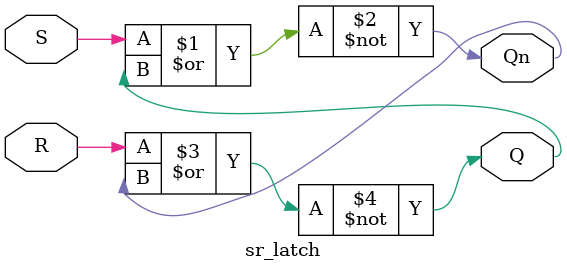
<source format=v>
`timescale 1ns / 1ps



module sr_latch(
    input S,  //Set
    input R,  //Reset
    output Q, //Output
    output Qn //Inverted Output
);


    nor(Qn, S, Q);
    nor(Q, R, Qn);
endmodule

    


</source>
